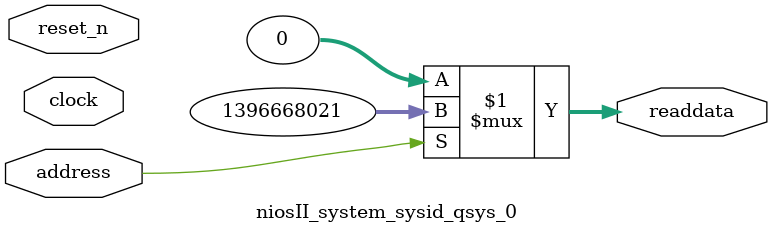
<source format=v>

`timescale 1ns / 1ps
// synthesis translate_on

// turn off superfluous verilog processor warnings 
// altera message_level Level1 
// altera message_off 10034 10035 10036 10037 10230 10240 10030 

module niosII_system_sysid_qsys_0 (
               // inputs:
                address,
                clock,
                reset_n,

               // outputs:
                readdata
             )
;

  output  [ 31: 0] readdata;
  input            address;
  input            clock;
  input            reset_n;

  wire    [ 31: 0] readdata;
  //control_slave, which is an e_avalon_slave
  assign readdata = address ? 1396668021 : 0;

endmodule




</source>
